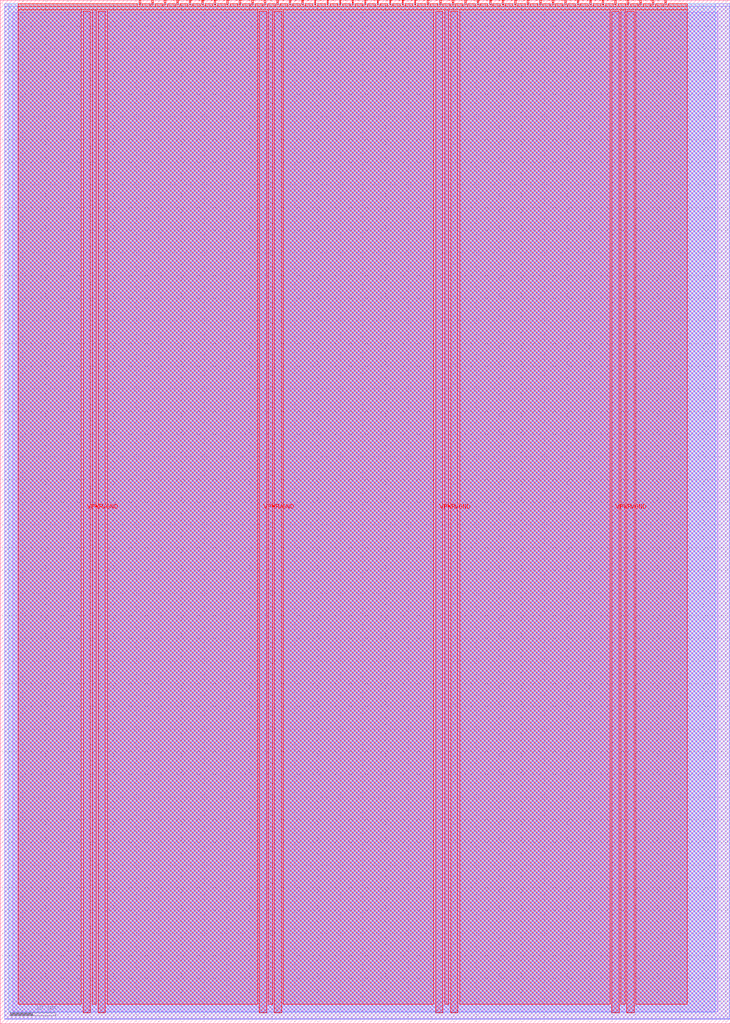
<source format=lef>
VERSION 5.7 ;
  NOWIREEXTENSIONATPIN ON ;
  DIVIDERCHAR "/" ;
  BUSBITCHARS "[]" ;
MACRO tt_um_toivoh_demo
  CLASS BLOCK ;
  FOREIGN tt_um_toivoh_demo ;
  ORIGIN 0.000 0.000 ;
  SIZE 161.000 BY 225.760 ;
  PIN VGND
    DIRECTION INOUT ;
    USE GROUND ;
    PORT
      LAYER met4 ;
        RECT 21.580 2.480 23.180 223.280 ;
    END
    PORT
      LAYER met4 ;
        RECT 60.450 2.480 62.050 223.280 ;
    END
    PORT
      LAYER met4 ;
        RECT 99.320 2.480 100.920 223.280 ;
    END
    PORT
      LAYER met4 ;
        RECT 138.190 2.480 139.790 223.280 ;
    END
  END VGND
  PIN VPWR
    DIRECTION INOUT ;
    USE POWER ;
    PORT
      LAYER met4 ;
        RECT 18.280 2.480 19.880 223.280 ;
    END
    PORT
      LAYER met4 ;
        RECT 57.150 2.480 58.750 223.280 ;
    END
    PORT
      LAYER met4 ;
        RECT 96.020 2.480 97.620 223.280 ;
    END
    PORT
      LAYER met4 ;
        RECT 134.890 2.480 136.490 223.280 ;
    END
  END VPWR
  PIN clk
    DIRECTION INPUT ;
    USE SIGNAL ;
    ANTENNAGATEAREA 0.852000 ;
    PORT
      LAYER met4 ;
        RECT 143.830 224.760 144.130 225.760 ;
    END
  END clk
  PIN ena
    DIRECTION INPUT ;
    USE SIGNAL ;
    PORT
      LAYER met4 ;
        RECT 146.590 224.760 146.890 225.760 ;
    END
  END ena
  PIN rst_n
    DIRECTION INPUT ;
    USE SIGNAL ;
    ANTENNAGATEAREA 0.196500 ;
    PORT
      LAYER met4 ;
        RECT 141.070 224.760 141.370 225.760 ;
    END
  END rst_n
  PIN ui_in[0]
    DIRECTION INPUT ;
    USE SIGNAL ;
    ANTENNAGATEAREA 0.213000 ;
    PORT
      LAYER met4 ;
        RECT 138.310 224.760 138.610 225.760 ;
    END
  END ui_in[0]
  PIN ui_in[1]
    DIRECTION INPUT ;
    USE SIGNAL ;
    ANTENNAGATEAREA 0.196500 ;
    PORT
      LAYER met4 ;
        RECT 135.550 224.760 135.850 225.760 ;
    END
  END ui_in[1]
  PIN ui_in[2]
    DIRECTION INPUT ;
    USE SIGNAL ;
    ANTENNAGATEAREA 0.196500 ;
    PORT
      LAYER met4 ;
        RECT 132.790 224.760 133.090 225.760 ;
    END
  END ui_in[2]
  PIN ui_in[3]
    DIRECTION INPUT ;
    USE SIGNAL ;
    ANTENNAGATEAREA 0.213000 ;
    PORT
      LAYER met4 ;
        RECT 130.030 224.760 130.330 225.760 ;
    END
  END ui_in[3]
  PIN ui_in[4]
    DIRECTION INPUT ;
    USE SIGNAL ;
    PORT
      LAYER met4 ;
        RECT 127.270 224.760 127.570 225.760 ;
    END
  END ui_in[4]
  PIN ui_in[5]
    DIRECTION INPUT ;
    USE SIGNAL ;
    PORT
      LAYER met4 ;
        RECT 124.510 224.760 124.810 225.760 ;
    END
  END ui_in[5]
  PIN ui_in[6]
    DIRECTION INPUT ;
    USE SIGNAL ;
    PORT
      LAYER met4 ;
        RECT 121.750 224.760 122.050 225.760 ;
    END
  END ui_in[6]
  PIN ui_in[7]
    DIRECTION INPUT ;
    USE SIGNAL ;
    ANTENNAGATEAREA 0.126000 ;
    PORT
      LAYER met4 ;
        RECT 118.990 224.760 119.290 225.760 ;
    END
  END ui_in[7]
  PIN uio_in[0]
    DIRECTION INPUT ;
    USE SIGNAL ;
    PORT
      LAYER met4 ;
        RECT 116.230 224.760 116.530 225.760 ;
    END
  END uio_in[0]
  PIN uio_in[1]
    DIRECTION INPUT ;
    USE SIGNAL ;
    PORT
      LAYER met4 ;
        RECT 113.470 224.760 113.770 225.760 ;
    END
  END uio_in[1]
  PIN uio_in[2]
    DIRECTION INPUT ;
    USE SIGNAL ;
    PORT
      LAYER met4 ;
        RECT 110.710 224.760 111.010 225.760 ;
    END
  END uio_in[2]
  PIN uio_in[3]
    DIRECTION INPUT ;
    USE SIGNAL ;
    PORT
      LAYER met4 ;
        RECT 107.950 224.760 108.250 225.760 ;
    END
  END uio_in[3]
  PIN uio_in[4]
    DIRECTION INPUT ;
    USE SIGNAL ;
    PORT
      LAYER met4 ;
        RECT 105.190 224.760 105.490 225.760 ;
    END
  END uio_in[4]
  PIN uio_in[5]
    DIRECTION INPUT ;
    USE SIGNAL ;
    PORT
      LAYER met4 ;
        RECT 102.430 224.760 102.730 225.760 ;
    END
  END uio_in[5]
  PIN uio_in[6]
    DIRECTION INPUT ;
    USE SIGNAL ;
    PORT
      LAYER met4 ;
        RECT 99.670 224.760 99.970 225.760 ;
    END
  END uio_in[6]
  PIN uio_in[7]
    DIRECTION INPUT ;
    USE SIGNAL ;
    PORT
      LAYER met4 ;
        RECT 96.910 224.760 97.210 225.760 ;
    END
  END uio_in[7]
  PIN uio_oe[0]
    DIRECTION OUTPUT ;
    USE SIGNAL ;
    ANTENNADIFFAREA 0.445500 ;
    PORT
      LAYER met4 ;
        RECT 49.990 224.760 50.290 225.760 ;
    END
  END uio_oe[0]
  PIN uio_oe[1]
    DIRECTION OUTPUT ;
    USE SIGNAL ;
    ANTENNADIFFAREA 0.445500 ;
    PORT
      LAYER met4 ;
        RECT 47.230 224.760 47.530 225.760 ;
    END
  END uio_oe[1]
  PIN uio_oe[2]
    DIRECTION OUTPUT ;
    USE SIGNAL ;
    ANTENNADIFFAREA 0.445500 ;
    PORT
      LAYER met4 ;
        RECT 44.470 224.760 44.770 225.760 ;
    END
  END uio_oe[2]
  PIN uio_oe[3]
    DIRECTION OUTPUT ;
    USE SIGNAL ;
    ANTENNADIFFAREA 0.445500 ;
    PORT
      LAYER met4 ;
        RECT 41.710 224.760 42.010 225.760 ;
    END
  END uio_oe[3]
  PIN uio_oe[4]
    DIRECTION OUTPUT ;
    USE SIGNAL ;
    ANTENNADIFFAREA 0.445500 ;
    PORT
      LAYER met4 ;
        RECT 38.950 224.760 39.250 225.760 ;
    END
  END uio_oe[4]
  PIN uio_oe[5]
    DIRECTION OUTPUT ;
    USE SIGNAL ;
    ANTENNADIFFAREA 0.445500 ;
    PORT
      LAYER met4 ;
        RECT 36.190 224.760 36.490 225.760 ;
    END
  END uio_oe[5]
  PIN uio_oe[6]
    DIRECTION OUTPUT ;
    USE SIGNAL ;
    ANTENNADIFFAREA 0.445500 ;
    PORT
      LAYER met4 ;
        RECT 33.430 224.760 33.730 225.760 ;
    END
  END uio_oe[6]
  PIN uio_oe[7]
    DIRECTION OUTPUT ;
    USE SIGNAL ;
    ANTENNADIFFAREA 0.445500 ;
    PORT
      LAYER met4 ;
        RECT 30.670 224.760 30.970 225.760 ;
    END
  END uio_oe[7]
  PIN uio_out[0]
    DIRECTION OUTPUT ;
    USE SIGNAL ;
    ANTENNADIFFAREA 0.445500 ;
    PORT
      LAYER met4 ;
        RECT 72.070 224.760 72.370 225.760 ;
    END
  END uio_out[0]
  PIN uio_out[1]
    DIRECTION OUTPUT ;
    USE SIGNAL ;
    ANTENNADIFFAREA 0.445500 ;
    PORT
      LAYER met4 ;
        RECT 69.310 224.760 69.610 225.760 ;
    END
  END uio_out[1]
  PIN uio_out[2]
    DIRECTION OUTPUT ;
    USE SIGNAL ;
    ANTENNADIFFAREA 0.445500 ;
    PORT
      LAYER met4 ;
        RECT 66.550 224.760 66.850 225.760 ;
    END
  END uio_out[2]
  PIN uio_out[3]
    DIRECTION OUTPUT ;
    USE SIGNAL ;
    ANTENNADIFFAREA 0.445500 ;
    PORT
      LAYER met4 ;
        RECT 63.790 224.760 64.090 225.760 ;
    END
  END uio_out[3]
  PIN uio_out[4]
    DIRECTION OUTPUT ;
    USE SIGNAL ;
    ANTENNADIFFAREA 0.445500 ;
    PORT
      LAYER met4 ;
        RECT 61.030 224.760 61.330 225.760 ;
    END
  END uio_out[4]
  PIN uio_out[5]
    DIRECTION OUTPUT ;
    USE SIGNAL ;
    ANTENNADIFFAREA 0.445500 ;
    PORT
      LAYER met4 ;
        RECT 58.270 224.760 58.570 225.760 ;
    END
  END uio_out[5]
  PIN uio_out[6]
    DIRECTION OUTPUT ;
    USE SIGNAL ;
    ANTENNADIFFAREA 0.445500 ;
    PORT
      LAYER met4 ;
        RECT 55.510 224.760 55.810 225.760 ;
    END
  END uio_out[6]
  PIN uio_out[7]
    DIRECTION OUTPUT ;
    USE SIGNAL ;
    ANTENNADIFFAREA 0.445500 ;
    PORT
      LAYER met4 ;
        RECT 52.750 224.760 53.050 225.760 ;
    END
  END uio_out[7]
  PIN uo_out[0]
    DIRECTION OUTPUT ;
    USE SIGNAL ;
    ANTENNADIFFAREA 0.445500 ;
    PORT
      LAYER met4 ;
        RECT 94.150 224.760 94.450 225.760 ;
    END
  END uo_out[0]
  PIN uo_out[1]
    DIRECTION OUTPUT ;
    USE SIGNAL ;
    ANTENNADIFFAREA 0.445500 ;
    PORT
      LAYER met4 ;
        RECT 91.390 224.760 91.690 225.760 ;
    END
  END uo_out[1]
  PIN uo_out[2]
    DIRECTION OUTPUT ;
    USE SIGNAL ;
    ANTENNADIFFAREA 0.445500 ;
    PORT
      LAYER met4 ;
        RECT 88.630 224.760 88.930 225.760 ;
    END
  END uo_out[2]
  PIN uo_out[3]
    DIRECTION OUTPUT ;
    USE SIGNAL ;
    ANTENNADIFFAREA 0.445500 ;
    PORT
      LAYER met4 ;
        RECT 85.870 224.760 86.170 225.760 ;
    END
  END uo_out[3]
  PIN uo_out[4]
    DIRECTION OUTPUT ;
    USE SIGNAL ;
    ANTENNADIFFAREA 0.445500 ;
    PORT
      LAYER met4 ;
        RECT 83.110 224.760 83.410 225.760 ;
    END
  END uo_out[4]
  PIN uo_out[5]
    DIRECTION OUTPUT ;
    USE SIGNAL ;
    ANTENNADIFFAREA 0.445500 ;
    PORT
      LAYER met4 ;
        RECT 80.350 224.760 80.650 225.760 ;
    END
  END uo_out[5]
  PIN uo_out[6]
    DIRECTION OUTPUT ;
    USE SIGNAL ;
    ANTENNADIFFAREA 0.445500 ;
    PORT
      LAYER met4 ;
        RECT 77.590 224.760 77.890 225.760 ;
    END
  END uo_out[6]
  PIN uo_out[7]
    DIRECTION OUTPUT ;
    USE SIGNAL ;
    ANTENNADIFFAREA 0.445500 ;
    PORT
      LAYER met4 ;
        RECT 74.830 224.760 75.130 225.760 ;
    END
  END uo_out[7]
  OBS
      LAYER li1 ;
        RECT 2.760 2.635 158.240 223.125 ;
      LAYER met1 ;
        RECT 0.990 1.060 160.930 224.360 ;
      LAYER met2 ;
        RECT 1.020 1.030 160.900 224.925 ;
      LAYER met3 ;
        RECT 1.905 2.555 157.715 224.905 ;
      LAYER met4 ;
        RECT 3.975 224.360 30.270 224.905 ;
        RECT 31.370 224.360 33.030 224.905 ;
        RECT 34.130 224.360 35.790 224.905 ;
        RECT 36.890 224.360 38.550 224.905 ;
        RECT 39.650 224.360 41.310 224.905 ;
        RECT 42.410 224.360 44.070 224.905 ;
        RECT 45.170 224.360 46.830 224.905 ;
        RECT 47.930 224.360 49.590 224.905 ;
        RECT 50.690 224.360 52.350 224.905 ;
        RECT 53.450 224.360 55.110 224.905 ;
        RECT 56.210 224.360 57.870 224.905 ;
        RECT 58.970 224.360 60.630 224.905 ;
        RECT 61.730 224.360 63.390 224.905 ;
        RECT 64.490 224.360 66.150 224.905 ;
        RECT 67.250 224.360 68.910 224.905 ;
        RECT 70.010 224.360 71.670 224.905 ;
        RECT 72.770 224.360 74.430 224.905 ;
        RECT 75.530 224.360 77.190 224.905 ;
        RECT 78.290 224.360 79.950 224.905 ;
        RECT 81.050 224.360 82.710 224.905 ;
        RECT 83.810 224.360 85.470 224.905 ;
        RECT 86.570 224.360 88.230 224.905 ;
        RECT 89.330 224.360 90.990 224.905 ;
        RECT 92.090 224.360 93.750 224.905 ;
        RECT 94.850 224.360 96.510 224.905 ;
        RECT 97.610 224.360 99.270 224.905 ;
        RECT 100.370 224.360 102.030 224.905 ;
        RECT 103.130 224.360 104.790 224.905 ;
        RECT 105.890 224.360 107.550 224.905 ;
        RECT 108.650 224.360 110.310 224.905 ;
        RECT 111.410 224.360 113.070 224.905 ;
        RECT 114.170 224.360 115.830 224.905 ;
        RECT 116.930 224.360 118.590 224.905 ;
        RECT 119.690 224.360 121.350 224.905 ;
        RECT 122.450 224.360 124.110 224.905 ;
        RECT 125.210 224.360 126.870 224.905 ;
        RECT 127.970 224.360 129.630 224.905 ;
        RECT 130.730 224.360 132.390 224.905 ;
        RECT 133.490 224.360 135.150 224.905 ;
        RECT 136.250 224.360 137.910 224.905 ;
        RECT 139.010 224.360 140.670 224.905 ;
        RECT 141.770 224.360 143.430 224.905 ;
        RECT 144.530 224.360 146.190 224.905 ;
        RECT 147.290 224.360 151.505 224.905 ;
        RECT 3.975 223.680 151.505 224.360 ;
        RECT 3.975 4.255 17.880 223.680 ;
        RECT 20.280 4.255 21.180 223.680 ;
        RECT 23.580 4.255 56.750 223.680 ;
        RECT 59.150 4.255 60.050 223.680 ;
        RECT 62.450 4.255 95.620 223.680 ;
        RECT 98.020 4.255 98.920 223.680 ;
        RECT 101.320 4.255 134.490 223.680 ;
        RECT 136.890 4.255 137.790 223.680 ;
        RECT 140.190 4.255 151.505 223.680 ;
  END
END tt_um_toivoh_demo
END LIBRARY


</source>
